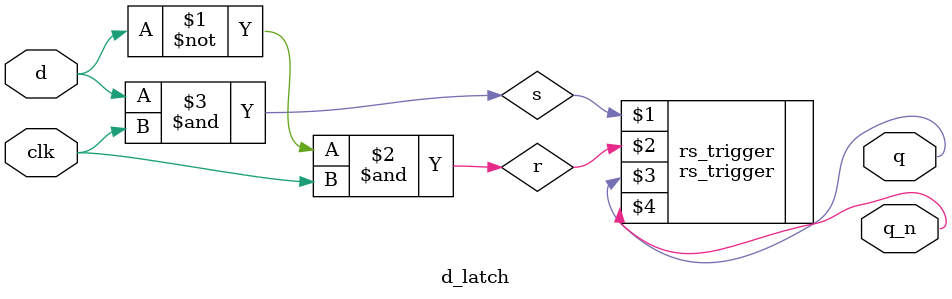
<source format=v>

module d_latch
(
    input   clk,
    input   d,
    output  q,
    output  q_n
);
    wire r = ~d & clk;
    wire s = d & clk;

    rs_trigger rs_trigger (s, r, q, q_n);

endmodule
</source>
